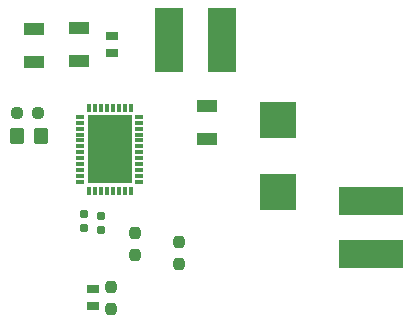
<source format=gbr>
%TF.GenerationSoftware,KiCad,Pcbnew,7.0.9*%
%TF.CreationDate,2023-12-22T17:18:26+01:00*%
%TF.ProjectId,driver_seperate,64726976-6572-45f7-9365-706572617465,rev?*%
%TF.SameCoordinates,Original*%
%TF.FileFunction,Paste,Top*%
%TF.FilePolarity,Positive*%
%FSLAX46Y46*%
G04 Gerber Fmt 4.6, Leading zero omitted, Abs format (unit mm)*
G04 Created by KiCad (PCBNEW 7.0.9) date 2023-12-22 17:18:26*
%MOMM*%
%LPD*%
G01*
G04 APERTURE LIST*
G04 Aperture macros list*
%AMRoundRect*
0 Rectangle with rounded corners*
0 $1 Rounding radius*
0 $2 $3 $4 $5 $6 $7 $8 $9 X,Y pos of 4 corners*
0 Add a 4 corners polygon primitive as box body*
4,1,4,$2,$3,$4,$5,$6,$7,$8,$9,$2,$3,0*
0 Add four circle primitives for the rounded corners*
1,1,$1+$1,$2,$3*
1,1,$1+$1,$4,$5*
1,1,$1+$1,$6,$7*
1,1,$1+$1,$8,$9*
0 Add four rect primitives between the rounded corners*
20,1,$1+$1,$2,$3,$4,$5,0*
20,1,$1+$1,$4,$5,$6,$7,0*
20,1,$1+$1,$6,$7,$8,$9,0*
20,1,$1+$1,$8,$9,$2,$3,0*%
G04 Aperture macros list end*
%ADD10RoundRect,0.237500X-0.237500X0.250000X-0.237500X-0.250000X0.237500X-0.250000X0.237500X0.250000X0*%
%ADD11R,0.980000X0.780000*%
%ADD12R,1.820000X1.020000*%
%ADD13RoundRect,0.237500X-0.250000X-0.237500X0.250000X-0.237500X0.250000X0.237500X-0.250000X0.237500X0*%
%ADD14R,3.100000X3.050000*%
%ADD15RoundRect,0.250000X0.350000X0.450000X-0.350000X0.450000X-0.350000X-0.450000X0.350000X-0.450000X0*%
%ADD16RoundRect,0.160000X-0.160000X0.197500X-0.160000X-0.197500X0.160000X-0.197500X0.160000X0.197500X0*%
%ADD17R,1.820000X1.070000*%
%ADD18RoundRect,0.237500X0.237500X-0.250000X0.237500X0.250000X-0.237500X0.250000X-0.237500X-0.250000X0*%
%ADD19R,2.390000X5.510000*%
%ADD20R,0.800000X0.300000*%
%ADD21R,0.300000X0.800000*%
%ADD22R,3.800000X5.800000*%
%ADD23R,5.510000X2.390000*%
G04 APERTURE END LIST*
D10*
%TO.C,R2*%
X151511000Y-111355500D03*
X151511000Y-113180500D03*
%TD*%
D11*
%TO.C,C7*%
X149987000Y-111526500D03*
X149987000Y-112926500D03*
%TD*%
D12*
%TO.C,C2*%
X148794400Y-89461800D03*
X148794400Y-92261800D03*
%TD*%
D13*
%TO.C,R4*%
X145335000Y-96647000D03*
X143510000Y-96647000D03*
%TD*%
D14*
%TO.C,L1*%
X165608000Y-103329200D03*
X165608000Y-97229200D03*
%TD*%
D15*
%TO.C,R5*%
X145510000Y-98552000D03*
X143510000Y-98552000D03*
%TD*%
D12*
%TO.C,C5*%
X144933600Y-92306600D03*
X144933600Y-89506600D03*
%TD*%
D16*
%TO.C,R6*%
X149225000Y-105193500D03*
X149225000Y-106388500D03*
%TD*%
D17*
%TO.C,C1*%
X159639000Y-96029000D03*
X159639000Y-98789000D03*
%TD*%
D18*
%TO.C,R3*%
X157226000Y-109370500D03*
X157226000Y-107545500D03*
%TD*%
%TO.C,R1*%
X153543000Y-106783500D03*
X153543000Y-108608500D03*
%TD*%
D16*
%TO.C,R7*%
X150622000Y-105320500D03*
X150622000Y-106515500D03*
%TD*%
D11*
%TO.C,C3*%
X151537600Y-90144600D03*
X151537600Y-91544600D03*
%TD*%
D19*
%TO.C,C4*%
X156389000Y-90424000D03*
X160909000Y-90424000D03*
%TD*%
D20*
%TO.C,IC1*%
X153884000Y-102445000D03*
X153884000Y-101945000D03*
X153884000Y-101445000D03*
X153884000Y-100945000D03*
X153884000Y-100445000D03*
X153884000Y-99945000D03*
X153884000Y-99445000D03*
X153884000Y-98945000D03*
X153884000Y-98445000D03*
X153884000Y-97945000D03*
X153884000Y-97445000D03*
X153884000Y-96945000D03*
D21*
X153134000Y-96195000D03*
X152634000Y-96195000D03*
X152134000Y-96195000D03*
X151634000Y-96195000D03*
X151134000Y-96195000D03*
X150634000Y-96195000D03*
X150134000Y-96195000D03*
X149634000Y-96195000D03*
D20*
X148884000Y-96945000D03*
X148884000Y-97445000D03*
X148884000Y-97945000D03*
X148884000Y-98445000D03*
X148884000Y-98945000D03*
X148884000Y-99445000D03*
X148884000Y-99945000D03*
X148884000Y-100445000D03*
X148884000Y-100945000D03*
X148884000Y-101445000D03*
X148884000Y-101945000D03*
X148884000Y-102445000D03*
D21*
X149634000Y-103195000D03*
X150134000Y-103195000D03*
X150634000Y-103195000D03*
X151134000Y-103195000D03*
X151634000Y-103195000D03*
X152134000Y-103195000D03*
X152634000Y-103195000D03*
X153134000Y-103195000D03*
D22*
X151384000Y-99695000D03*
%TD*%
D23*
%TO.C,C6*%
X173482000Y-108584400D03*
X173482000Y-104064400D03*
%TD*%
M02*

</source>
